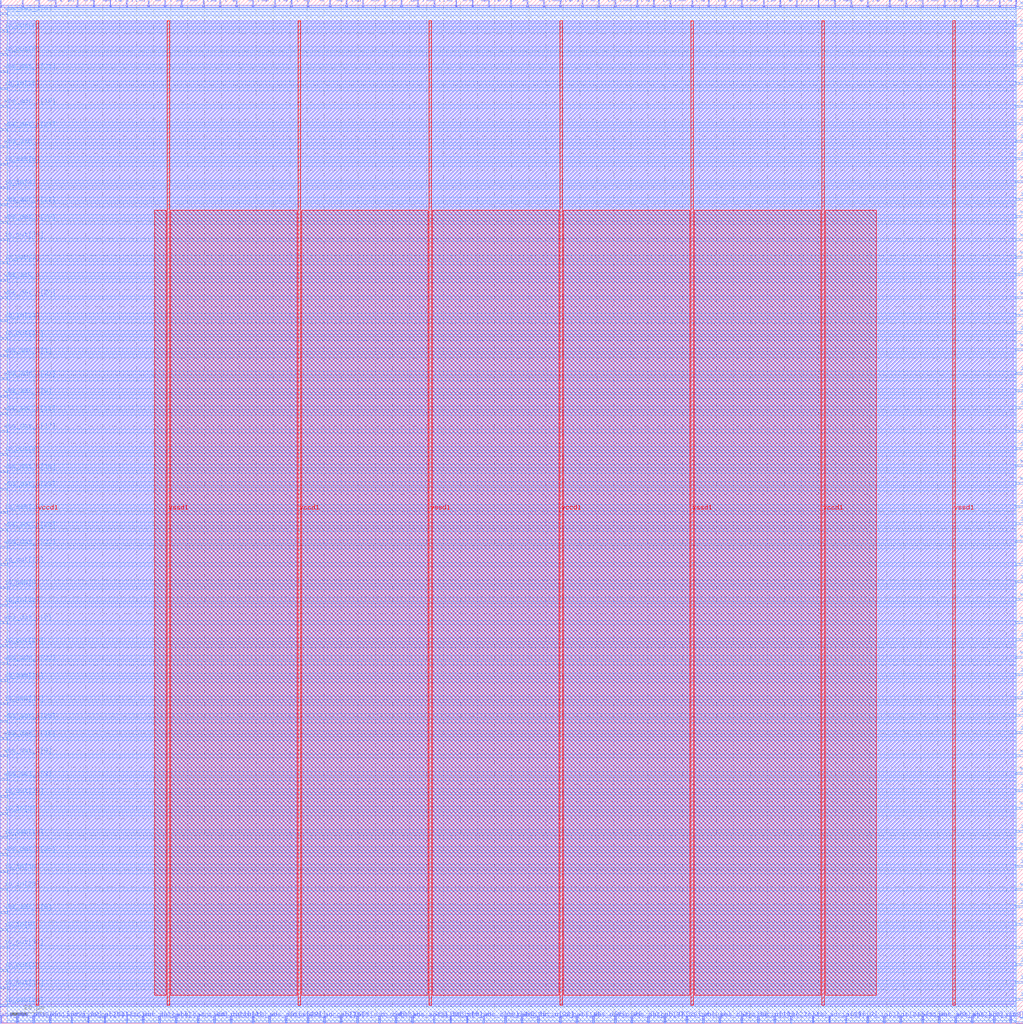
<source format=lef>
VERSION 5.7 ;
  NOWIREEXTENSIONATPIN ON ;
  DIVIDERCHAR "/" ;
  BUSBITCHARS "[]" ;
MACRO wrapped_teras
  CLASS BLOCK ;
  FOREIGN wrapped_teras ;
  ORIGIN 0.000 0.000 ;
  SIZE 600.000 BY 600.000 ;
  PIN active
    DIRECTION INPUT ;
    USE SIGNAL ;
    PORT
      LAYER met2 ;
        RECT -0.050 596.000 0.510 600.000 ;
    END
  END active
  PIN io_in[0]
    DIRECTION INPUT ;
    USE SIGNAL ;
    PORT
      LAYER met3 ;
        RECT 596.000 179.940 600.000 181.140 ;
    END
  END io_in[0]
  PIN io_in[10]
    DIRECTION INPUT ;
    USE SIGNAL ;
    PORT
      LAYER met2 ;
        RECT 444.310 0.000 444.870 4.000 ;
    END
  END io_in[10]
  PIN io_in[11]
    DIRECTION INPUT ;
    USE SIGNAL ;
    PORT
      LAYER met2 ;
        RECT 463.630 0.000 464.190 4.000 ;
    END
  END io_in[11]
  PIN io_in[12]
    DIRECTION INPUT ;
    USE SIGNAL ;
    PORT
      LAYER met2 ;
        RECT 135.190 0.000 135.750 4.000 ;
    END
  END io_in[12]
  PIN io_in[13]
    DIRECTION INPUT ;
    USE SIGNAL ;
    PORT
      LAYER met3 ;
        RECT 596.000 91.540 600.000 92.740 ;
    END
  END io_in[13]
  PIN io_in[14]
    DIRECTION INPUT ;
    USE SIGNAL ;
    PORT
      LAYER met3 ;
        RECT 596.000 67.740 600.000 68.940 ;
    END
  END io_in[14]
  PIN io_in[15]
    DIRECTION INPUT ;
    USE SIGNAL ;
    PORT
      LAYER met2 ;
        RECT 222.130 0.000 222.690 4.000 ;
    END
  END io_in[15]
  PIN io_in[16]
    DIRECTION INPUT ;
    USE SIGNAL ;
    PORT
      LAYER met3 ;
        RECT 0.000 88.140 4.000 89.340 ;
    END
  END io_in[16]
  PIN io_in[17]
    DIRECTION INPUT ;
    USE SIGNAL ;
    PORT
      LAYER met3 ;
        RECT 596.000 302.340 600.000 303.540 ;
    END
  END io_in[17]
  PIN io_in[18]
    DIRECTION INPUT ;
    USE SIGNAL ;
    PORT
      LAYER met3 ;
        RECT 596.000 224.140 600.000 225.340 ;
    END
  END io_in[18]
  PIN io_in[19]
    DIRECTION INPUT ;
    USE SIGNAL ;
    PORT
      LAYER met2 ;
        RECT 486.170 0.000 486.730 4.000 ;
    END
  END io_in[19]
  PIN io_in[1]
    DIRECTION INPUT ;
    USE SIGNAL ;
    PORT
      LAYER met2 ;
        RECT 193.150 596.000 193.710 600.000 ;
    END
  END io_in[1]
  PIN io_in[20]
    DIRECTION INPUT ;
    USE SIGNAL ;
    PORT
      LAYER met3 ;
        RECT 596.000 13.340 600.000 14.540 ;
    END
  END io_in[20]
  PIN io_in[21]
    DIRECTION INPUT ;
    USE SIGNAL ;
    PORT
      LAYER met3 ;
        RECT 596.000 438.340 600.000 439.540 ;
    END
  END io_in[21]
  PIN io_in[22]
    DIRECTION INPUT ;
    USE SIGNAL ;
    PORT
      LAYER met2 ;
        RECT 86.890 596.000 87.450 600.000 ;
    END
  END io_in[22]
  PIN io_in[23]
    DIRECTION INPUT ;
    USE SIGNAL ;
    PORT
      LAYER met2 ;
        RECT 508.710 596.000 509.270 600.000 ;
    END
  END io_in[23]
  PIN io_in[24]
    DIRECTION INPUT ;
    USE SIGNAL ;
    PORT
      LAYER met3 ;
        RECT 0.000 411.140 4.000 412.340 ;
    END
  END io_in[24]
  PIN io_in[25]
    DIRECTION INPUT ;
    USE SIGNAL ;
    PORT
      LAYER met2 ;
        RECT 553.790 596.000 554.350 600.000 ;
    END
  END io_in[25]
  PIN io_in[26]
    DIRECTION INPUT ;
    USE SIGNAL ;
    PORT
      LAYER met2 ;
        RECT 286.530 596.000 287.090 600.000 ;
    END
  END io_in[26]
  PIN io_in[27]
    DIRECTION INPUT ;
    USE SIGNAL ;
    PORT
      LAYER met2 ;
        RECT 453.970 0.000 454.530 4.000 ;
    END
  END io_in[27]
  PIN io_in[28]
    DIRECTION INPUT ;
    USE SIGNAL ;
    PORT
      LAYER met3 ;
        RECT 0.000 77.940 4.000 79.140 ;
    END
  END io_in[28]
  PIN io_in[29]
    DIRECTION INPUT ;
    USE SIGNAL ;
    PORT
      LAYER met2 ;
        RECT 389.570 0.000 390.130 4.000 ;
    END
  END io_in[29]
  PIN io_in[2]
    DIRECTION INPUT ;
    USE SIGNAL ;
    PORT
      LAYER met2 ;
        RECT 119.090 596.000 119.650 600.000 ;
    END
  END io_in[2]
  PIN io_in[30]
    DIRECTION INPUT ;
    USE SIGNAL ;
    PORT
      LAYER met2 ;
        RECT 22.490 596.000 23.050 600.000 ;
    END
  END io_in[30]
  PIN io_in[31]
    DIRECTION INPUT ;
    USE SIGNAL ;
    PORT
      LAYER met2 ;
        RECT 160.950 596.000 161.510 600.000 ;
    END
  END io_in[31]
  PIN io_in[32]
    DIRECTION INPUT ;
    USE SIGNAL ;
    PORT
      LAYER met3 ;
        RECT 0.000 244.540 4.000 245.740 ;
    END
  END io_in[32]
  PIN io_in[33]
    DIRECTION INPUT ;
    USE SIGNAL ;
    PORT
      LAYER met3 ;
        RECT 596.000 23.540 600.000 24.740 ;
    END
  END io_in[33]
  PIN io_in[34]
    DIRECTION INPUT ;
    USE SIGNAL ;
    PORT
      LAYER met2 ;
        RECT 315.510 0.000 316.070 4.000 ;
    END
  END io_in[34]
  PIN io_in[35]
    DIRECTION INPUT ;
    USE SIGNAL ;
    PORT
      LAYER met3 ;
        RECT 596.000 203.740 600.000 204.940 ;
    END
  END io_in[35]
  PIN io_in[36]
    DIRECTION INPUT ;
    USE SIGNAL ;
    PORT
      LAYER met3 ;
        RECT 0.000 547.140 4.000 548.340 ;
    END
  END io_in[36]
  PIN io_in[37]
    DIRECTION INPUT ;
    USE SIGNAL ;
    PORT
      LAYER met3 ;
        RECT 596.000 404.340 600.000 405.540 ;
    END
  END io_in[37]
  PIN io_in[3]
    DIRECTION INPUT ;
    USE SIGNAL ;
    PORT
      LAYER met2 ;
        RECT 508.710 0.000 509.270 4.000 ;
    END
  END io_in[3]
  PIN io_in[4]
    DIRECTION INPUT ;
    USE SIGNAL ;
    PORT
      LAYER met3 ;
        RECT 0.000 489.340 4.000 490.540 ;
    END
  END io_in[4]
  PIN io_in[5]
    DIRECTION INPUT ;
    USE SIGNAL ;
    PORT
      LAYER met2 ;
        RECT 199.590 0.000 200.150 4.000 ;
    END
  END io_in[5]
  PIN io_in[6]
    DIRECTION INPUT ;
    USE SIGNAL ;
    PORT
      LAYER met2 ;
        RECT 263.990 0.000 264.550 4.000 ;
    END
  END io_in[6]
  PIN io_in[7]
    DIRECTION INPUT ;
    USE SIGNAL ;
    PORT
      LAYER met2 ;
        RECT 495.830 0.000 496.390 4.000 ;
    END
  END io_in[7]
  PIN io_in[8]
    DIRECTION INPUT ;
    USE SIGNAL ;
    PORT
      LAYER met3 ;
        RECT 0.000 122.140 4.000 123.340 ;
    END
  END io_in[8]
  PIN io_in[9]
    DIRECTION INPUT ;
    USE SIGNAL ;
    PORT
      LAYER met3 ;
        RECT 0.000 54.140 4.000 55.340 ;
    END
  END io_in[9]
  PIN io_oeb[0]
    DIRECTION OUTPUT TRISTATE ;
    USE SIGNAL ;
    PORT
      LAYER met2 ;
        RECT 402.450 0.000 403.010 4.000 ;
    END
  END io_oeb[0]
  PIN io_oeb[10]
    DIRECTION OUTPUT TRISTATE ;
    USE SIGNAL ;
    PORT
      LAYER met2 ;
        RECT 434.650 596.000 435.210 600.000 ;
    END
  END io_oeb[10]
  PIN io_oeb[11]
    DIRECTION OUTPUT TRISTATE ;
    USE SIGNAL ;
    PORT
      LAYER met2 ;
        RECT 528.030 0.000 528.590 4.000 ;
    END
  END io_oeb[11]
  PIN io_oeb[12]
    DIRECTION OUTPUT TRISTATE ;
    USE SIGNAL ;
    PORT
      LAYER met2 ;
        RECT 457.190 596.000 457.750 600.000 ;
    END
  END io_oeb[12]
  PIN io_oeb[13]
    DIRECTION OUTPUT TRISTATE ;
    USE SIGNAL ;
    PORT
      LAYER met3 ;
        RECT 596.000 360.140 600.000 361.340 ;
    END
  END io_oeb[13]
  PIN io_oeb[14]
    DIRECTION OUTPUT TRISTATE ;
    USE SIGNAL ;
    PORT
      LAYER met3 ;
        RECT 596.000 482.540 600.000 483.740 ;
    END
  END io_oeb[14]
  PIN io_oeb[15]
    DIRECTION OUTPUT TRISTATE ;
    USE SIGNAL ;
    PORT
      LAYER met3 ;
        RECT 596.000 346.540 600.000 347.740 ;
    END
  END io_oeb[15]
  PIN io_oeb[16]
    DIRECTION OUTPUT TRISTATE ;
    USE SIGNAL ;
    PORT
      LAYER met3 ;
        RECT 0.000 200.340 4.000 201.540 ;
    END
  END io_oeb[16]
  PIN io_oeb[17]
    DIRECTION OUTPUT TRISTATE ;
    USE SIGNAL ;
    PORT
      LAYER met2 ;
        RECT 296.190 0.000 296.750 4.000 ;
    END
  END io_oeb[17]
  PIN io_oeb[18]
    DIRECTION OUTPUT TRISTATE ;
    USE SIGNAL ;
    PORT
      LAYER met2 ;
        RECT 540.910 596.000 541.470 600.000 ;
    END
  END io_oeb[18]
  PIN io_oeb[19]
    DIRECTION OUTPUT TRISTATE ;
    USE SIGNAL ;
    PORT
      LAYER met3 ;
        RECT 0.000 108.540 4.000 109.740 ;
    END
  END io_oeb[19]
  PIN io_oeb[1]
    DIRECTION OUTPUT TRISTATE ;
    USE SIGNAL ;
    PORT
      LAYER met3 ;
        RECT 596.000 33.740 600.000 34.940 ;
    END
  END io_oeb[1]
  PIN io_oeb[20]
    DIRECTION OUTPUT TRISTATE ;
    USE SIGNAL ;
    PORT
      LAYER met3 ;
        RECT 0.000 9.940 4.000 11.140 ;
    END
  END io_oeb[20]
  PIN io_oeb[21]
    DIRECTION OUTPUT TRISTATE ;
    USE SIGNAL ;
    PORT
      LAYER met2 ;
        RECT 167.390 0.000 167.950 4.000 ;
    END
  END io_oeb[21]
  PIN io_oeb[22]
    DIRECTION OUTPUT TRISTATE ;
    USE SIGNAL ;
    PORT
      LAYER met3 ;
        RECT 596.000 550.540 600.000 551.740 ;
    END
  END io_oeb[22]
  PIN io_oeb[23]
    DIRECTION OUTPUT TRISTATE ;
    USE SIGNAL ;
    PORT
      LAYER met2 ;
        RECT 489.390 596.000 489.950 600.000 ;
    END
  END io_oeb[23]
  PIN io_oeb[24]
    DIRECTION OUTPUT TRISTATE ;
    USE SIGNAL ;
    PORT
      LAYER met2 ;
        RECT 51.470 0.000 52.030 4.000 ;
    END
  END io_oeb[24]
  PIN io_oeb[25]
    DIRECTION OUTPUT TRISTATE ;
    USE SIGNAL ;
    PORT
      LAYER met2 ;
        RECT 189.930 0.000 190.490 4.000 ;
    END
  END io_oeb[25]
  PIN io_oeb[26]
    DIRECTION OUTPUT TRISTATE ;
    USE SIGNAL ;
    PORT
      LAYER met3 ;
        RECT 596.000 336.340 600.000 337.540 ;
    END
  END io_oeb[26]
  PIN io_oeb[27]
    DIRECTION OUTPUT TRISTATE ;
    USE SIGNAL ;
    PORT
      LAYER met2 ;
        RECT 379.910 0.000 380.470 4.000 ;
    END
  END io_oeb[27]
  PIN io_oeb[28]
    DIRECTION OUTPUT TRISTATE ;
    USE SIGNAL ;
    PORT
      LAYER met3 ;
        RECT 0.000 186.740 4.000 187.940 ;
    END
  END io_oeb[28]
  PIN io_oeb[29]
    DIRECTION OUTPUT TRISTATE ;
    USE SIGNAL ;
    PORT
      LAYER met2 ;
        RECT 276.870 596.000 277.430 600.000 ;
    END
  END io_oeb[29]
  PIN io_oeb[2]
    DIRECTION OUTPUT TRISTATE ;
    USE SIGNAL ;
    PORT
      LAYER met3 ;
        RECT 0.000 445.140 4.000 446.340 ;
    END
  END io_oeb[2]
  PIN io_oeb[30]
    DIRECTION OUTPUT TRISTATE ;
    USE SIGNAL ;
    PORT
      LAYER met2 ;
        RECT 54.690 596.000 55.250 600.000 ;
    END
  END io_oeb[30]
  PIN io_oeb[31]
    DIRECTION OUTPUT TRISTATE ;
    USE SIGNAL ;
    PORT
      LAYER met2 ;
        RECT 585.990 596.000 586.550 600.000 ;
    END
  END io_oeb[31]
  PIN io_oeb[32]
    DIRECTION OUTPUT TRISTATE ;
    USE SIGNAL ;
    PORT
      LAYER met2 ;
        RECT 341.270 596.000 341.830 600.000 ;
    END
  END io_oeb[32]
  PIN io_oeb[33]
    DIRECTION OUTPUT TRISTATE ;
    USE SIGNAL ;
    PORT
      LAYER met3 ;
        RECT 596.000 516.540 600.000 517.740 ;
    END
  END io_oeb[33]
  PIN io_oeb[34]
    DIRECTION OUTPUT TRISTATE ;
    USE SIGNAL ;
    PORT
      LAYER met3 ;
        RECT 596.000 526.740 600.000 527.940 ;
    END
  END io_oeb[34]
  PIN io_oeb[35]
    DIRECTION OUTPUT TRISTATE ;
    USE SIGNAL ;
    PORT
      LAYER met3 ;
        RECT 0.000 298.940 4.000 300.140 ;
    END
  END io_oeb[35]
  PIN io_oeb[36]
    DIRECTION OUTPUT TRISTATE ;
    USE SIGNAL ;
    PORT
      LAYER met2 ;
        RECT 499.050 596.000 499.610 600.000 ;
    END
  END io_oeb[36]
  PIN io_oeb[37]
    DIRECTION OUTPUT TRISTATE ;
    USE SIGNAL ;
    PORT
      LAYER met3 ;
        RECT 596.000 380.540 600.000 381.740 ;
    END
  END io_oeb[37]
  PIN io_oeb[3]
    DIRECTION OUTPUT TRISTATE ;
    USE SIGNAL ;
    PORT
      LAYER met2 ;
        RECT 106.210 596.000 106.770 600.000 ;
    END
  END io_oeb[3]
  PIN io_oeb[4]
    DIRECTION OUTPUT TRISTATE ;
    USE SIGNAL ;
    PORT
      LAYER met3 ;
        RECT 596.000 169.740 600.000 170.940 ;
    END
  END io_oeb[4]
  PIN io_oeb[5]
    DIRECTION OUTPUT TRISTATE ;
    USE SIGNAL ;
    PORT
      LAYER met3 ;
        RECT 0.000 502.940 4.000 504.140 ;
    END
  END io_oeb[5]
  PIN io_oeb[6]
    DIRECTION OUTPUT TRISTATE ;
    USE SIGNAL ;
    PORT
      LAYER met2 ;
        RECT 64.350 596.000 64.910 600.000 ;
    END
  END io_oeb[6]
  PIN io_oeb[7]
    DIRECTION OUTPUT TRISTATE ;
    USE SIGNAL ;
    PORT
      LAYER met3 ;
        RECT 596.000 560.740 600.000 561.940 ;
    END
  END io_oeb[7]
  PIN io_oeb[8]
    DIRECTION OUTPUT TRISTATE ;
    USE SIGNAL ;
    PORT
      LAYER met3 ;
        RECT 596.000 292.140 600.000 293.340 ;
    END
  END io_oeb[8]
  PIN io_oeb[9]
    DIRECTION OUTPUT TRISTATE ;
    USE SIGNAL ;
    PORT
      LAYER met3 ;
        RECT 0.000 254.740 4.000 255.940 ;
    END
  END io_oeb[9]
  PIN io_out[0]
    DIRECTION OUTPUT TRISTATE ;
    USE SIGNAL ;
    PORT
      LAYER met3 ;
        RECT 0.000 567.540 4.000 568.740 ;
    END
  END io_out[0]
  PIN io_out[10]
    DIRECTION OUTPUT TRISTATE ;
    USE SIGNAL ;
    PORT
      LAYER met3 ;
        RECT 0.000 20.140 4.000 21.340 ;
    END
  END io_out[10]
  PIN io_out[11]
    DIRECTION OUTPUT TRISTATE ;
    USE SIGNAL ;
    PORT
      LAYER met2 ;
        RECT 328.390 0.000 328.950 4.000 ;
    END
  END io_out[11]
  PIN io_out[12]
    DIRECTION OUTPUT TRISTATE ;
    USE SIGNAL ;
    PORT
      LAYER met3 ;
        RECT 0.000 268.340 4.000 269.540 ;
    END
  END io_out[12]
  PIN io_out[13]
    DIRECTION OUTPUT TRISTATE ;
    USE SIGNAL ;
    PORT
      LAYER met2 ;
        RECT 373.470 596.000 374.030 600.000 ;
    END
  END io_out[13]
  PIN io_out[14]
    DIRECTION OUTPUT TRISTATE ;
    USE SIGNAL ;
    PORT
      LAYER met2 ;
        RECT 595.650 596.000 596.210 600.000 ;
    END
  END io_out[14]
  PIN io_out[15]
    DIRECTION OUTPUT TRISTATE ;
    USE SIGNAL ;
    PORT
      LAYER met3 ;
        RECT 0.000 400.940 4.000 402.140 ;
    END
  END io_out[15]
  PIN io_out[16]
    DIRECTION OUTPUT TRISTATE ;
    USE SIGNAL ;
    PORT
      LAYER met2 ;
        RECT 61.130 0.000 61.690 4.000 ;
    END
  END io_out[16]
  PIN io_out[17]
    DIRECTION OUTPUT TRISTATE ;
    USE SIGNAL ;
    PORT
      LAYER met2 ;
        RECT 225.350 596.000 225.910 600.000 ;
    END
  END io_out[17]
  PIN io_out[18]
    DIRECTION OUTPUT TRISTATE ;
    USE SIGNAL ;
    PORT
      LAYER met3 ;
        RECT 596.000 135.740 600.000 136.940 ;
    END
  END io_out[18]
  PIN io_out[19]
    DIRECTION OUTPUT TRISTATE ;
    USE SIGNAL ;
    PORT
      LAYER met2 ;
        RECT 521.590 596.000 522.150 600.000 ;
    END
  END io_out[19]
  PIN io_out[1]
    DIRECTION OUTPUT TRISTATE ;
    USE SIGNAL ;
    PORT
      LAYER met3 ;
        RECT 0.000 30.340 4.000 31.540 ;
    END
  END io_out[1]
  PIN io_out[20]
    DIRECTION OUTPUT TRISTATE ;
    USE SIGNAL ;
    PORT
      LAYER met3 ;
        RECT 0.000 220.740 4.000 221.940 ;
    END
  END io_out[20]
  PIN io_out[21]
    DIRECTION OUTPUT TRISTATE ;
    USE SIGNAL ;
    PORT
      LAYER met2 ;
        RECT 518.370 0.000 518.930 4.000 ;
    END
  END io_out[21]
  PIN io_out[22]
    DIRECTION OUTPUT TRISTATE ;
    USE SIGNAL ;
    PORT
      LAYER met2 ;
        RECT 573.110 596.000 573.670 600.000 ;
    END
  END io_out[22]
  PIN io_out[23]
    DIRECTION OUTPUT TRISTATE ;
    USE SIGNAL ;
    PORT
      LAYER met2 ;
        RECT 405.670 596.000 406.230 600.000 ;
    END
  END io_out[23]
  PIN io_out[24]
    DIRECTION OUTPUT TRISTATE ;
    USE SIGNAL ;
    PORT
      LAYER met3 ;
        RECT 596.000 370.340 600.000 371.540 ;
    END
  END io_out[24]
  PIN io_out[25]
    DIRECTION OUTPUT TRISTATE ;
    USE SIGNAL ;
    PORT
      LAYER met3 ;
        RECT 0.000 458.740 4.000 459.940 ;
    END
  END io_out[25]
  PIN io_out[26]
    DIRECTION OUTPUT TRISTATE ;
    USE SIGNAL ;
    PORT
      LAYER met2 ;
        RECT 592.430 0.000 592.990 4.000 ;
    END
  END io_out[26]
  PIN io_out[27]
    DIRECTION OUTPUT TRISTATE ;
    USE SIGNAL ;
    PORT
      LAYER met3 ;
        RECT 596.000 258.140 600.000 259.340 ;
    END
  END io_out[27]
  PIN io_out[28]
    DIRECTION OUTPUT TRISTATE ;
    USE SIGNAL ;
    PORT
      LAYER met2 ;
        RECT 360.590 596.000 361.150 600.000 ;
    END
  END io_out[28]
  PIN io_out[29]
    DIRECTION OUTPUT TRISTATE ;
    USE SIGNAL ;
    PORT
      LAYER met2 ;
        RECT 447.530 596.000 448.090 600.000 ;
    END
  END io_out[29]
  PIN io_out[2]
    DIRECTION OUTPUT TRISTATE ;
    USE SIGNAL ;
    PORT
      LAYER met3 ;
        RECT 596.000 190.140 600.000 191.340 ;
    END
  END io_out[2]
  PIN io_out[30]
    DIRECTION OUTPUT TRISTATE ;
    USE SIGNAL ;
    PORT
      LAYER met3 ;
        RECT 0.000 43.940 4.000 45.140 ;
    END
  END io_out[30]
  PIN io_out[31]
    DIRECTION OUTPUT TRISTATE ;
    USE SIGNAL ;
    PORT
      LAYER met2 ;
        RECT 392.790 596.000 393.350 600.000 ;
    END
  END io_out[31]
  PIN io_out[32]
    DIRECTION OUTPUT TRISTATE ;
    USE SIGNAL ;
    PORT
      LAYER met2 ;
        RECT 148.070 596.000 148.630 600.000 ;
    END
  END io_out[32]
  PIN io_out[33]
    DIRECTION OUTPUT TRISTATE ;
    USE SIGNAL ;
    PORT
      LAYER met2 ;
        RECT 244.670 596.000 245.230 600.000 ;
    END
  END io_out[33]
  PIN io_out[34]
    DIRECTION OUTPUT TRISTATE ;
    USE SIGNAL ;
    PORT
      LAYER met2 ;
        RECT 328.390 596.000 328.950 600.000 ;
    END
  END io_out[34]
  PIN io_out[35]
    DIRECTION OUTPUT TRISTATE ;
    USE SIGNAL ;
    PORT
      LAYER met2 ;
        RECT 582.770 0.000 583.330 4.000 ;
    END
  END io_out[35]
  PIN io_out[36]
    DIRECTION OUTPUT TRISTATE ;
    USE SIGNAL ;
    PORT
      LAYER met3 ;
        RECT 0.000 132.340 4.000 133.540 ;
    END
  END io_out[36]
  PIN io_out[37]
    DIRECTION OUTPUT TRISTATE ;
    USE SIGNAL ;
    PORT
      LAYER met3 ;
        RECT 596.000 43.940 600.000 45.140 ;
    END
  END io_out[37]
  PIN io_out[3]
    DIRECTION OUTPUT TRISTATE ;
    USE SIGNAL ;
    PORT
      LAYER met2 ;
        RECT 93.330 0.000 93.890 4.000 ;
    END
  END io_out[3]
  PIN io_out[4]
    DIRECTION OUTPUT TRISTATE ;
    USE SIGNAL ;
    PORT
      LAYER met3 ;
        RECT 0.000 332.940 4.000 334.140 ;
    END
  END io_out[4]
  PIN io_out[5]
    DIRECTION OUTPUT TRISTATE ;
    USE SIGNAL ;
    PORT
      LAYER met2 ;
        RECT 318.730 596.000 319.290 600.000 ;
    END
  END io_out[5]
  PIN io_out[6]
    DIRECTION OUTPUT TRISTATE ;
    USE SIGNAL ;
    PORT
      LAYER met3 ;
        RECT 596.000 268.340 600.000 269.540 ;
    END
  END io_out[6]
  PIN io_out[7]
    DIRECTION OUTPUT TRISTATE ;
    USE SIGNAL ;
    PORT
      LAYER met3 ;
        RECT 596.000 111.940 600.000 113.140 ;
    END
  END io_out[7]
  PIN io_out[8]
    DIRECTION OUTPUT TRISTATE ;
    USE SIGNAL ;
    PORT
      LAYER met3 ;
        RECT 0.000 581.140 4.000 582.340 ;
    END
  END io_out[8]
  PIN io_out[9]
    DIRECTION OUTPUT TRISTATE ;
    USE SIGNAL ;
    PORT
      LAYER met3 ;
        RECT 596.000 506.340 600.000 507.540 ;
    END
  END io_out[9]
  PIN vccd1
    DIRECTION INPUT ;
    USE POWER ;
    PORT
      LAYER met4 ;
        RECT 21.040 10.640 22.640 587.760 ;
    END
    PORT
      LAYER met4 ;
        RECT 174.640 10.640 176.240 587.760 ;
    END
    PORT
      LAYER met4 ;
        RECT 328.240 10.640 329.840 587.760 ;
    END
    PORT
      LAYER met4 ;
        RECT 481.840 10.640 483.440 587.760 ;
    END
  END vccd1
  PIN vssd1
    DIRECTION INPUT ;
    USE GROUND ;
    PORT
      LAYER met4 ;
        RECT 97.840 10.640 99.440 587.760 ;
    END
    PORT
      LAYER met4 ;
        RECT 251.440 10.640 253.040 587.760 ;
    END
    PORT
      LAYER met4 ;
        RECT 405.040 10.640 406.640 587.760 ;
    END
    PORT
      LAYER met4 ;
        RECT 558.640 10.640 560.240 587.760 ;
    END
  END vssd1
  PIN wb_clk_i
    DIRECTION INPUT ;
    USE SIGNAL ;
    PORT
      LAYER met2 ;
        RECT 202.810 596.000 203.370 600.000 ;
    END
  END wb_clk_i
  PIN wb_rst_i
    DIRECTION INPUT ;
    USE SIGNAL ;
    PORT
      LAYER met3 ;
        RECT 596.000 584.540 600.000 585.740 ;
    END
  END wb_rst_i
  PIN wbs_ack_o
    DIRECTION OUTPUT TRISTATE ;
    USE SIGNAL ;
    PORT
      LAYER met3 ;
        RECT 0.000 434.940 4.000 436.140 ;
    END
  END wbs_ack_o
  PIN wbs_adr_i[0]
    DIRECTION INPUT ;
    USE SIGNAL ;
    PORT
      LAYER met3 ;
        RECT 596.000 394.140 600.000 395.340 ;
    END
  END wbs_adr_i[0]
  PIN wbs_adr_i[10]
    DIRECTION INPUT ;
    USE SIGNAL ;
    PORT
      LAYER met3 ;
        RECT 596.000 492.740 600.000 493.940 ;
    END
  END wbs_adr_i[10]
  PIN wbs_adr_i[11]
    DIRECTION INPUT ;
    USE SIGNAL ;
    PORT
      LAYER met3 ;
        RECT 0.000 356.740 4.000 357.940 ;
    END
  END wbs_adr_i[11]
  PIN wbs_adr_i[12]
    DIRECTION INPUT ;
    USE SIGNAL ;
    PORT
      LAYER met2 ;
        RECT 28.930 0.000 29.490 4.000 ;
    END
  END wbs_adr_i[12]
  PIN wbs_adr_i[13]
    DIRECTION INPUT ;
    USE SIGNAL ;
    PORT
      LAYER met2 ;
        RECT 231.790 0.000 232.350 4.000 ;
    END
  END wbs_adr_i[13]
  PIN wbs_adr_i[14]
    DIRECTION INPUT ;
    USE SIGNAL ;
    PORT
      LAYER met3 ;
        RECT 596.000 145.940 600.000 147.140 ;
    END
  END wbs_adr_i[14]
  PIN wbs_adr_i[15]
    DIRECTION INPUT ;
    USE SIGNAL ;
    PORT
      LAYER met2 ;
        RECT 309.070 596.000 309.630 600.000 ;
    END
  END wbs_adr_i[15]
  PIN wbs_adr_i[16]
    DIRECTION INPUT ;
    USE SIGNAL ;
    PORT
      LAYER met2 ;
        RECT 273.650 0.000 274.210 4.000 ;
    END
  END wbs_adr_i[16]
  PIN wbs_adr_i[17]
    DIRECTION INPUT ;
    USE SIGNAL ;
    PORT
      LAYER met3 ;
        RECT 596.000 101.740 600.000 102.940 ;
    END
  END wbs_adr_i[17]
  PIN wbs_adr_i[18]
    DIRECTION INPUT ;
    USE SIGNAL ;
    PORT
      LAYER met2 ;
        RECT 569.890 0.000 570.450 4.000 ;
    END
  END wbs_adr_i[18]
  PIN wbs_adr_i[19]
    DIRECTION INPUT ;
    USE SIGNAL ;
    PORT
      LAYER met3 ;
        RECT 0.000 536.940 4.000 538.140 ;
    END
  END wbs_adr_i[19]
  PIN wbs_adr_i[1]
    DIRECTION INPUT ;
    USE SIGNAL ;
    PORT
      LAYER met3 ;
        RECT 0.000 390.740 4.000 391.940 ;
    END
  END wbs_adr_i[1]
  PIN wbs_adr_i[20]
    DIRECTION INPUT ;
    USE SIGNAL ;
    PORT
      LAYER met3 ;
        RECT 596.000 326.140 600.000 327.340 ;
    END
  END wbs_adr_i[20]
  PIN wbs_adr_i[21]
    DIRECTION INPUT ;
    USE SIGNAL ;
    PORT
      LAYER met3 ;
        RECT 0.000 479.140 4.000 480.340 ;
    END
  END wbs_adr_i[21]
  PIN wbs_adr_i[22]
    DIRECTION INPUT ;
    USE SIGNAL ;
    PORT
      LAYER met3 ;
        RECT 0.000 210.540 4.000 211.740 ;
    END
  END wbs_adr_i[22]
  PIN wbs_adr_i[23]
    DIRECTION INPUT ;
    USE SIGNAL ;
    PORT
      LAYER met2 ;
        RECT 550.570 0.000 551.130 4.000 ;
    END
  END wbs_adr_i[23]
  PIN wbs_adr_i[24]
    DIRECTION INPUT ;
    USE SIGNAL ;
    PORT
      LAYER met2 ;
        RECT 180.270 596.000 180.830 600.000 ;
    END
  END wbs_adr_i[24]
  PIN wbs_adr_i[25]
    DIRECTION INPUT ;
    USE SIGNAL ;
    PORT
      LAYER met2 ;
        RECT 241.450 0.000 242.010 4.000 ;
    END
  END wbs_adr_i[25]
  PIN wbs_adr_i[26]
    DIRECTION INPUT ;
    USE SIGNAL ;
    PORT
      LAYER met3 ;
        RECT 0.000 288.740 4.000 289.940 ;
    END
  END wbs_adr_i[26]
  PIN wbs_adr_i[27]
    DIRECTION INPUT ;
    USE SIGNAL ;
    PORT
      LAYER met3 ;
        RECT 0.000 377.140 4.000 378.340 ;
    END
  END wbs_adr_i[27]
  PIN wbs_adr_i[28]
    DIRECTION INPUT ;
    USE SIGNAL ;
    PORT
      LAYER met3 ;
        RECT 0.000 176.540 4.000 177.740 ;
    END
  END wbs_adr_i[28]
  PIN wbs_adr_i[29]
    DIRECTION INPUT ;
    USE SIGNAL ;
    PORT
      LAYER met2 ;
        RECT 170.610 596.000 171.170 600.000 ;
    END
  END wbs_adr_i[29]
  PIN wbs_adr_i[2]
    DIRECTION INPUT ;
    USE SIGNAL ;
    PORT
      LAYER met2 ;
        RECT 180.270 0.000 180.830 4.000 ;
    END
  END wbs_adr_i[2]
  PIN wbs_adr_i[30]
    DIRECTION INPUT ;
    USE SIGNAL ;
    PORT
      LAYER met2 ;
        RECT 74.010 596.000 74.570 600.000 ;
    END
  END wbs_adr_i[30]
  PIN wbs_adr_i[31]
    DIRECTION INPUT ;
    USE SIGNAL ;
    PORT
      LAYER met3 ;
        RECT 596.000 57.540 600.000 58.740 ;
    END
  END wbs_adr_i[31]
  PIN wbs_adr_i[3]
    DIRECTION INPUT ;
    USE SIGNAL ;
    PORT
      LAYER met2 ;
        RECT 360.590 0.000 361.150 4.000 ;
    END
  END wbs_adr_i[3]
  PIN wbs_adr_i[4]
    DIRECTION INPUT ;
    USE SIGNAL ;
    PORT
      LAYER met3 ;
        RECT 596.000 472.340 600.000 473.540 ;
    END
  END wbs_adr_i[4]
  PIN wbs_adr_i[5]
    DIRECTION INPUT ;
    USE SIGNAL ;
    PORT
      LAYER met3 ;
        RECT 0.000 64.340 4.000 65.540 ;
    END
  END wbs_adr_i[5]
  PIN wbs_adr_i[6]
    DIRECTION INPUT ;
    USE SIGNAL ;
    PORT
      LAYER met2 ;
        RECT 148.070 0.000 148.630 4.000 ;
    END
  END wbs_adr_i[6]
  PIN wbs_adr_i[7]
    DIRECTION INPUT ;
    USE SIGNAL ;
    PORT
      LAYER met2 ;
        RECT 128.750 596.000 129.310 600.000 ;
    END
  END wbs_adr_i[7]
  PIN wbs_adr_i[8]
    DIRECTION INPUT ;
    USE SIGNAL ;
    PORT
      LAYER met2 ;
        RECT 476.510 0.000 477.070 4.000 ;
    END
  END wbs_adr_i[8]
  PIN wbs_adr_i[9]
    DIRECTION INPUT ;
    USE SIGNAL ;
    PORT
      LAYER met3 ;
        RECT 0.000 366.940 4.000 368.140 ;
    END
  END wbs_adr_i[9]
  PIN wbs_cyc_i
    DIRECTION INPUT ;
    USE SIGNAL ;
    PORT
      LAYER met2 ;
        RECT 479.730 596.000 480.290 600.000 ;
    END
  END wbs_cyc_i
  PIN wbs_dat_i[0]
    DIRECTION INPUT ;
    USE SIGNAL ;
    PORT
      LAYER met2 ;
        RECT 12.830 596.000 13.390 600.000 ;
    END
  END wbs_dat_i[0]
  PIN wbs_dat_i[10]
    DIRECTION INPUT ;
    USE SIGNAL ;
    PORT
      LAYER met2 ;
        RECT 138.410 596.000 138.970 600.000 ;
    END
  END wbs_dat_i[10]
  PIN wbs_dat_i[11]
    DIRECTION INPUT ;
    USE SIGNAL ;
    PORT
      LAYER met2 ;
        RECT 235.010 596.000 235.570 600.000 ;
    END
  END wbs_dat_i[11]
  PIN wbs_dat_i[12]
    DIRECTION INPUT ;
    USE SIGNAL ;
    PORT
      LAYER met2 ;
        RECT 212.470 596.000 213.030 600.000 ;
    END
  END wbs_dat_i[12]
  PIN wbs_dat_i[13]
    DIRECTION INPUT ;
    USE SIGNAL ;
    PORT
      LAYER met2 ;
        RECT 19.270 0.000 19.830 4.000 ;
    END
  END wbs_dat_i[13]
  PIN wbs_dat_i[14]
    DIRECTION INPUT ;
    USE SIGNAL ;
    PORT
      LAYER met2 ;
        RECT 102.990 0.000 103.550 4.000 ;
    END
  END wbs_dat_i[14]
  PIN wbs_dat_i[15]
    DIRECTION INPUT ;
    USE SIGNAL ;
    PORT
      LAYER met3 ;
        RECT 0.000 166.340 4.000 167.540 ;
    END
  END wbs_dat_i[15]
  PIN wbs_dat_i[16]
    DIRECTION INPUT ;
    USE SIGNAL ;
    PORT
      LAYER met2 ;
        RECT 283.310 0.000 283.870 4.000 ;
    END
  END wbs_dat_i[16]
  PIN wbs_dat_i[17]
    DIRECTION INPUT ;
    USE SIGNAL ;
    PORT
      LAYER met3 ;
        RECT 596.000 570.940 600.000 572.140 ;
    END
  END wbs_dat_i[17]
  PIN wbs_dat_i[18]
    DIRECTION INPUT ;
    USE SIGNAL ;
    PORT
      LAYER met2 ;
        RECT 32.150 596.000 32.710 600.000 ;
    END
  END wbs_dat_i[18]
  PIN wbs_dat_i[19]
    DIRECTION INPUT ;
    USE SIGNAL ;
    PORT
      LAYER met2 ;
        RECT 299.410 596.000 299.970 600.000 ;
    END
  END wbs_dat_i[19]
  PIN wbs_dat_i[1]
    DIRECTION INPUT ;
    USE SIGNAL ;
    PORT
      LAYER met2 ;
        RECT 74.010 0.000 74.570 4.000 ;
    END
  END wbs_dat_i[1]
  PIN wbs_dat_i[20]
    DIRECTION INPUT ;
    USE SIGNAL ;
    PORT
      LAYER met3 ;
        RECT 596.000 213.940 600.000 215.140 ;
    END
  END wbs_dat_i[20]
  PIN wbs_dat_i[21]
    DIRECTION INPUT ;
    USE SIGNAL ;
    PORT
      LAYER met3 ;
        RECT 596.000 448.540 600.000 449.740 ;
    END
  END wbs_dat_i[21]
  PIN wbs_dat_i[22]
    DIRECTION INPUT ;
    USE SIGNAL ;
    PORT
      LAYER met3 ;
        RECT 0.000 278.540 4.000 279.740 ;
    END
  END wbs_dat_i[22]
  PIN wbs_dat_i[23]
    DIRECTION INPUT ;
    USE SIGNAL ;
    PORT
      LAYER met3 ;
        RECT 596.000 315.940 600.000 317.140 ;
    END
  END wbs_dat_i[23]
  PIN wbs_dat_i[24]
    DIRECTION INPUT ;
    USE SIGNAL ;
    PORT
      LAYER met3 ;
        RECT 0.000 523.340 4.000 524.540 ;
    END
  END wbs_dat_i[24]
  PIN wbs_dat_i[25]
    DIRECTION INPUT ;
    USE SIGNAL ;
    PORT
      LAYER met3 ;
        RECT 0.000 98.340 4.000 99.540 ;
    END
  END wbs_dat_i[25]
  PIN wbs_dat_i[26]
    DIRECTION INPUT ;
    USE SIGNAL ;
    PORT
      LAYER met3 ;
        RECT 596.000 536.940 600.000 538.140 ;
    END
  END wbs_dat_i[26]
  PIN wbs_dat_i[27]
    DIRECTION INPUT ;
    USE SIGNAL ;
    PORT
      LAYER met2 ;
        RECT 350.930 596.000 351.490 600.000 ;
    END
  END wbs_dat_i[27]
  PIN wbs_dat_i[28]
    DIRECTION INPUT ;
    USE SIGNAL ;
    PORT
      LAYER met2 ;
        RECT 157.730 0.000 158.290 4.000 ;
    END
  END wbs_dat_i[28]
  PIN wbs_dat_i[29]
    DIRECTION INPUT ;
    USE SIGNAL ;
    PORT
      LAYER met3 ;
        RECT 596.000 234.340 600.000 235.540 ;
    END
  END wbs_dat_i[29]
  PIN wbs_dat_i[2]
    DIRECTION INPUT ;
    USE SIGNAL ;
    PORT
      LAYER met2 ;
        RECT 421.770 0.000 422.330 4.000 ;
    END
  END wbs_dat_i[2]
  PIN wbs_dat_i[30]
    DIRECTION INPUT ;
    USE SIGNAL ;
    PORT
      LAYER met3 ;
        RECT 596.000 77.940 600.000 79.140 ;
    END
  END wbs_dat_i[30]
  PIN wbs_dat_i[31]
    DIRECTION INPUT ;
    USE SIGNAL ;
    PORT
      LAYER met3 ;
        RECT 0.000 557.340 4.000 558.540 ;
    END
  END wbs_dat_i[31]
  PIN wbs_dat_i[3]
    DIRECTION INPUT ;
    USE SIGNAL ;
    PORT
      LAYER met2 ;
        RECT 540.910 0.000 541.470 4.000 ;
    END
  END wbs_dat_i[3]
  PIN wbs_dat_i[4]
    DIRECTION INPUT ;
    USE SIGNAL ;
    PORT
      LAYER met2 ;
        RECT 83.670 0.000 84.230 4.000 ;
    END
  END wbs_dat_i[4]
  PIN wbs_dat_i[5]
    DIRECTION INPUT ;
    USE SIGNAL ;
    PORT
      LAYER met2 ;
        RECT 254.330 0.000 254.890 4.000 ;
    END
  END wbs_dat_i[5]
  PIN wbs_dat_i[6]
    DIRECTION INPUT ;
    USE SIGNAL ;
    PORT
      LAYER met3 ;
        RECT 596.000 156.140 600.000 157.340 ;
    END
  END wbs_dat_i[6]
  PIN wbs_dat_i[7]
    DIRECTION INPUT ;
    USE SIGNAL ;
    PORT
      LAYER met3 ;
        RECT 596.000 594.740 600.000 595.940 ;
    END
  END wbs_dat_i[7]
  PIN wbs_dat_i[8]
    DIRECTION INPUT ;
    USE SIGNAL ;
    PORT
      LAYER met3 ;
        RECT 0.000 156.140 4.000 157.340 ;
    END
  END wbs_dat_i[8]
  PIN wbs_dat_i[9]
    DIRECTION INPUT ;
    USE SIGNAL ;
    PORT
      LAYER met2 ;
        RECT 560.230 0.000 560.790 4.000 ;
    END
  END wbs_dat_i[9]
  PIN wbs_dat_o[0]
    DIRECTION OUTPUT TRISTATE ;
    USE SIGNAL ;
    PORT
      LAYER met3 ;
        RECT 0.000 234.340 4.000 235.540 ;
    END
  END wbs_dat_o[0]
  PIN wbs_dat_o[10]
    DIRECTION OUTPUT TRISTATE ;
    USE SIGNAL ;
    PORT
      LAYER met3 ;
        RECT 596.000 247.940 600.000 249.140 ;
    END
  END wbs_dat_o[10]
  PIN wbs_dat_o[11]
    DIRECTION OUTPUT TRISTATE ;
    USE SIGNAL ;
    PORT
      LAYER met2 ;
        RECT 9.610 0.000 10.170 4.000 ;
    END
  END wbs_dat_o[11]
  PIN wbs_dat_o[12]
    DIRECTION OUTPUT TRISTATE ;
    USE SIGNAL ;
    PORT
      LAYER met3 ;
        RECT 596.000 458.740 600.000 459.940 ;
    END
  END wbs_dat_o[12]
  PIN wbs_dat_o[13]
    DIRECTION OUTPUT TRISTATE ;
    USE SIGNAL ;
    PORT
      LAYER met2 ;
        RECT 563.450 596.000 564.010 600.000 ;
    END
  END wbs_dat_o[13]
  PIN wbs_dat_o[14]
    DIRECTION OUTPUT TRISTATE ;
    USE SIGNAL ;
    PORT
      LAYER met3 ;
        RECT 596.000 -0.260 600.000 0.940 ;
    END
  END wbs_dat_o[14]
  PIN wbs_dat_o[15]
    DIRECTION OUTPUT TRISTATE ;
    USE SIGNAL ;
    PORT
      LAYER met2 ;
        RECT 531.250 596.000 531.810 600.000 ;
    END
  END wbs_dat_o[15]
  PIN wbs_dat_o[16]
    DIRECTION OUTPUT TRISTATE ;
    USE SIGNAL ;
    PORT
      LAYER met3 ;
        RECT 0.000 322.740 4.000 323.940 ;
    END
  END wbs_dat_o[16]
  PIN wbs_dat_o[17]
    DIRECTION OUTPUT TRISTATE ;
    USE SIGNAL ;
    PORT
      LAYER met3 ;
        RECT 0.000 346.540 4.000 347.740 ;
    END
  END wbs_dat_o[17]
  PIN wbs_dat_o[18]
    DIRECTION OUTPUT TRISTATE ;
    USE SIGNAL ;
    PORT
      LAYER met2 ;
        RECT 370.250 0.000 370.810 4.000 ;
    END
  END wbs_dat_o[18]
  PIN wbs_dat_o[19]
    DIRECTION OUTPUT TRISTATE ;
    USE SIGNAL ;
    PORT
      LAYER met2 ;
        RECT -0.050 0.000 0.510 4.000 ;
    END
  END wbs_dat_o[19]
  PIN wbs_dat_o[1]
    DIRECTION OUTPUT TRISTATE ;
    USE SIGNAL ;
    PORT
      LAYER met2 ;
        RECT 434.650 0.000 435.210 4.000 ;
    END
  END wbs_dat_o[1]
  PIN wbs_dat_o[20]
    DIRECTION OUTPUT TRISTATE ;
    USE SIGNAL ;
    PORT
      LAYER met3 ;
        RECT 0.000 424.740 4.000 425.940 ;
    END
  END wbs_dat_o[20]
  PIN wbs_dat_o[21]
    DIRECTION OUTPUT TRISTATE ;
    USE SIGNAL ;
    PORT
      LAYER met2 ;
        RECT 45.030 596.000 45.590 600.000 ;
    END
  END wbs_dat_o[21]
  PIN wbs_dat_o[22]
    DIRECTION OUTPUT TRISTATE ;
    USE SIGNAL ;
    PORT
      LAYER met2 ;
        RECT 267.210 596.000 267.770 600.000 ;
    END
  END wbs_dat_o[22]
  PIN wbs_dat_o[23]
    DIRECTION OUTPUT TRISTATE ;
    USE SIGNAL ;
    PORT
      LAYER met3 ;
        RECT 0.000 312.540 4.000 313.740 ;
    END
  END wbs_dat_o[23]
  PIN wbs_dat_o[24]
    DIRECTION OUTPUT TRISTATE ;
    USE SIGNAL ;
    PORT
      LAYER met2 ;
        RECT 115.870 0.000 116.430 4.000 ;
    END
  END wbs_dat_o[24]
  PIN wbs_dat_o[25]
    DIRECTION OUTPUT TRISTATE ;
    USE SIGNAL ;
    PORT
      LAYER met2 ;
        RECT 41.810 0.000 42.370 4.000 ;
    END
  END wbs_dat_o[25]
  PIN wbs_dat_o[26]
    DIRECTION OUTPUT TRISTATE ;
    USE SIGNAL ;
    PORT
      LAYER met2 ;
        RECT 383.130 596.000 383.690 600.000 ;
    END
  END wbs_dat_o[26]
  PIN wbs_dat_o[27]
    DIRECTION OUTPUT TRISTATE ;
    USE SIGNAL ;
    PORT
      LAYER met2 ;
        RECT 254.330 596.000 254.890 600.000 ;
    END
  END wbs_dat_o[27]
  PIN wbs_dat_o[28]
    DIRECTION OUTPUT TRISTATE ;
    USE SIGNAL ;
    PORT
      LAYER met2 ;
        RECT 305.850 0.000 306.410 4.000 ;
    END
  END wbs_dat_o[28]
  PIN wbs_dat_o[29]
    DIRECTION OUTPUT TRISTATE ;
    USE SIGNAL ;
    PORT
      LAYER met2 ;
        RECT 466.850 596.000 467.410 600.000 ;
    END
  END wbs_dat_o[29]
  PIN wbs_dat_o[2]
    DIRECTION OUTPUT TRISTATE ;
    USE SIGNAL ;
    PORT
      LAYER met3 ;
        RECT 596.000 125.540 600.000 126.740 ;
    END
  END wbs_dat_o[2]
  PIN wbs_dat_o[30]
    DIRECTION OUTPUT TRISTATE ;
    USE SIGNAL ;
    PORT
      LAYER met3 ;
        RECT 0.000 468.940 4.000 470.140 ;
    END
  END wbs_dat_o[30]
  PIN wbs_dat_o[31]
    DIRECTION OUTPUT TRISTATE ;
    USE SIGNAL ;
    PORT
      LAYER met3 ;
        RECT 596.000 424.740 600.000 425.940 ;
    END
  END wbs_dat_o[31]
  PIN wbs_dat_o[3]
    DIRECTION OUTPUT TRISTATE ;
    USE SIGNAL ;
    PORT
      LAYER met2 ;
        RECT 125.530 0.000 126.090 4.000 ;
    END
  END wbs_dat_o[3]
  PIN wbs_dat_o[4]
    DIRECTION OUTPUT TRISTATE ;
    USE SIGNAL ;
    PORT
      LAYER met2 ;
        RECT 209.250 0.000 209.810 4.000 ;
    END
  END wbs_dat_o[4]
  PIN wbs_dat_o[5]
    DIRECTION OUTPUT TRISTATE ;
    USE SIGNAL ;
    PORT
      LAYER met2 ;
        RECT 338.050 0.000 338.610 4.000 ;
    END
  END wbs_dat_o[5]
  PIN wbs_dat_o[6]
    DIRECTION OUTPUT TRISTATE ;
    USE SIGNAL ;
    PORT
      LAYER met3 ;
        RECT 596.000 414.540 600.000 415.740 ;
    END
  END wbs_dat_o[6]
  PIN wbs_dat_o[7]
    DIRECTION OUTPUT TRISTATE ;
    USE SIGNAL ;
    PORT
      LAYER met2 ;
        RECT 347.710 0.000 348.270 4.000 ;
    END
  END wbs_dat_o[7]
  PIN wbs_dat_o[8]
    DIRECTION OUTPUT TRISTATE ;
    USE SIGNAL ;
    PORT
      LAYER met2 ;
        RECT 424.990 596.000 425.550 600.000 ;
    END
  END wbs_dat_o[8]
  PIN wbs_dat_o[9]
    DIRECTION OUTPUT TRISTATE ;
    USE SIGNAL ;
    PORT
      LAYER met2 ;
        RECT 415.330 596.000 415.890 600.000 ;
    END
  END wbs_dat_o[9]
  PIN wbs_sel_i[0]
    DIRECTION INPUT ;
    USE SIGNAL ;
    PORT
      LAYER met3 ;
        RECT 0.000 591.340 4.000 592.540 ;
    END
  END wbs_sel_i[0]
  PIN wbs_sel_i[1]
    DIRECTION INPUT ;
    USE SIGNAL ;
    PORT
      LAYER met2 ;
        RECT 96.550 596.000 97.110 600.000 ;
    END
  END wbs_sel_i[1]
  PIN wbs_sel_i[2]
    DIRECTION INPUT ;
    USE SIGNAL ;
    PORT
      LAYER met2 ;
        RECT 412.110 0.000 412.670 4.000 ;
    END
  END wbs_sel_i[2]
  PIN wbs_sel_i[3]
    DIRECTION INPUT ;
    USE SIGNAL ;
    PORT
      LAYER met3 ;
        RECT 0.000 142.540 4.000 143.740 ;
    END
  END wbs_sel_i[3]
  PIN wbs_stb_i
    DIRECTION INPUT ;
    USE SIGNAL ;
    PORT
      LAYER met3 ;
        RECT 0.000 513.140 4.000 514.340 ;
    END
  END wbs_stb_i
  PIN wbs_we_i
    DIRECTION INPUT ;
    USE SIGNAL ;
    PORT
      LAYER met3 ;
        RECT 596.000 281.940 600.000 283.140 ;
    END
  END wbs_we_i
  OBS
      LAYER li1 ;
        RECT 5.520 10.795 594.320 587.605 ;
      LAYER met1 ;
        RECT 0.070 9.560 596.090 587.760 ;
      LAYER met2 ;
        RECT 0.790 595.720 12.550 596.770 ;
        RECT 13.670 595.720 22.210 596.770 ;
        RECT 23.330 595.720 31.870 596.770 ;
        RECT 32.990 595.720 44.750 596.770 ;
        RECT 45.870 595.720 54.410 596.770 ;
        RECT 55.530 595.720 64.070 596.770 ;
        RECT 65.190 595.720 73.730 596.770 ;
        RECT 74.850 595.720 86.610 596.770 ;
        RECT 87.730 595.720 96.270 596.770 ;
        RECT 97.390 595.720 105.930 596.770 ;
        RECT 107.050 595.720 118.810 596.770 ;
        RECT 119.930 595.720 128.470 596.770 ;
        RECT 129.590 595.720 138.130 596.770 ;
        RECT 139.250 595.720 147.790 596.770 ;
        RECT 148.910 595.720 160.670 596.770 ;
        RECT 161.790 595.720 170.330 596.770 ;
        RECT 171.450 595.720 179.990 596.770 ;
        RECT 181.110 595.720 192.870 596.770 ;
        RECT 193.990 595.720 202.530 596.770 ;
        RECT 203.650 595.720 212.190 596.770 ;
        RECT 213.310 595.720 225.070 596.770 ;
        RECT 226.190 595.720 234.730 596.770 ;
        RECT 235.850 595.720 244.390 596.770 ;
        RECT 245.510 595.720 254.050 596.770 ;
        RECT 255.170 595.720 266.930 596.770 ;
        RECT 268.050 595.720 276.590 596.770 ;
        RECT 277.710 595.720 286.250 596.770 ;
        RECT 287.370 595.720 299.130 596.770 ;
        RECT 300.250 595.720 308.790 596.770 ;
        RECT 309.910 595.720 318.450 596.770 ;
        RECT 319.570 595.720 328.110 596.770 ;
        RECT 329.230 595.720 340.990 596.770 ;
        RECT 342.110 595.720 350.650 596.770 ;
        RECT 351.770 595.720 360.310 596.770 ;
        RECT 361.430 595.720 373.190 596.770 ;
        RECT 374.310 595.720 382.850 596.770 ;
        RECT 383.970 595.720 392.510 596.770 ;
        RECT 393.630 595.720 405.390 596.770 ;
        RECT 406.510 595.720 415.050 596.770 ;
        RECT 416.170 595.720 424.710 596.770 ;
        RECT 425.830 595.720 434.370 596.770 ;
        RECT 435.490 595.720 447.250 596.770 ;
        RECT 448.370 595.720 456.910 596.770 ;
        RECT 458.030 595.720 466.570 596.770 ;
        RECT 467.690 595.720 479.450 596.770 ;
        RECT 480.570 595.720 489.110 596.770 ;
        RECT 490.230 595.720 498.770 596.770 ;
        RECT 499.890 595.720 508.430 596.770 ;
        RECT 509.550 595.720 521.310 596.770 ;
        RECT 522.430 595.720 530.970 596.770 ;
        RECT 532.090 595.720 540.630 596.770 ;
        RECT 541.750 595.720 553.510 596.770 ;
        RECT 554.630 595.720 563.170 596.770 ;
        RECT 564.290 595.720 572.830 596.770 ;
        RECT 573.950 595.720 585.710 596.770 ;
        RECT 586.830 595.720 595.370 596.770 ;
        RECT 0.100 4.280 596.060 595.720 ;
        RECT 0.790 0.155 9.330 4.280 ;
        RECT 10.450 0.155 18.990 4.280 ;
        RECT 20.110 0.155 28.650 4.280 ;
        RECT 29.770 0.155 41.530 4.280 ;
        RECT 42.650 0.155 51.190 4.280 ;
        RECT 52.310 0.155 60.850 4.280 ;
        RECT 61.970 0.155 73.730 4.280 ;
        RECT 74.850 0.155 83.390 4.280 ;
        RECT 84.510 0.155 93.050 4.280 ;
        RECT 94.170 0.155 102.710 4.280 ;
        RECT 103.830 0.155 115.590 4.280 ;
        RECT 116.710 0.155 125.250 4.280 ;
        RECT 126.370 0.155 134.910 4.280 ;
        RECT 136.030 0.155 147.790 4.280 ;
        RECT 148.910 0.155 157.450 4.280 ;
        RECT 158.570 0.155 167.110 4.280 ;
        RECT 168.230 0.155 179.990 4.280 ;
        RECT 181.110 0.155 189.650 4.280 ;
        RECT 190.770 0.155 199.310 4.280 ;
        RECT 200.430 0.155 208.970 4.280 ;
        RECT 210.090 0.155 221.850 4.280 ;
        RECT 222.970 0.155 231.510 4.280 ;
        RECT 232.630 0.155 241.170 4.280 ;
        RECT 242.290 0.155 254.050 4.280 ;
        RECT 255.170 0.155 263.710 4.280 ;
        RECT 264.830 0.155 273.370 4.280 ;
        RECT 274.490 0.155 283.030 4.280 ;
        RECT 284.150 0.155 295.910 4.280 ;
        RECT 297.030 0.155 305.570 4.280 ;
        RECT 306.690 0.155 315.230 4.280 ;
        RECT 316.350 0.155 328.110 4.280 ;
        RECT 329.230 0.155 337.770 4.280 ;
        RECT 338.890 0.155 347.430 4.280 ;
        RECT 348.550 0.155 360.310 4.280 ;
        RECT 361.430 0.155 369.970 4.280 ;
        RECT 371.090 0.155 379.630 4.280 ;
        RECT 380.750 0.155 389.290 4.280 ;
        RECT 390.410 0.155 402.170 4.280 ;
        RECT 403.290 0.155 411.830 4.280 ;
        RECT 412.950 0.155 421.490 4.280 ;
        RECT 422.610 0.155 434.370 4.280 ;
        RECT 435.490 0.155 444.030 4.280 ;
        RECT 445.150 0.155 453.690 4.280 ;
        RECT 454.810 0.155 463.350 4.280 ;
        RECT 464.470 0.155 476.230 4.280 ;
        RECT 477.350 0.155 485.890 4.280 ;
        RECT 487.010 0.155 495.550 4.280 ;
        RECT 496.670 0.155 508.430 4.280 ;
        RECT 509.550 0.155 518.090 4.280 ;
        RECT 519.210 0.155 527.750 4.280 ;
        RECT 528.870 0.155 540.630 4.280 ;
        RECT 541.750 0.155 550.290 4.280 ;
        RECT 551.410 0.155 559.950 4.280 ;
        RECT 561.070 0.155 569.610 4.280 ;
        RECT 570.730 0.155 582.490 4.280 ;
        RECT 583.610 0.155 592.150 4.280 ;
        RECT 593.270 0.155 596.060 4.280 ;
      LAYER met3 ;
        RECT 4.000 594.340 595.600 595.505 ;
        RECT 4.000 592.940 596.000 594.340 ;
        RECT 4.400 590.940 596.000 592.940 ;
        RECT 4.000 586.140 596.000 590.940 ;
        RECT 4.000 584.140 595.600 586.140 ;
        RECT 4.000 582.740 596.000 584.140 ;
        RECT 4.400 580.740 596.000 582.740 ;
        RECT 4.000 572.540 596.000 580.740 ;
        RECT 4.000 570.540 595.600 572.540 ;
        RECT 4.000 569.140 596.000 570.540 ;
        RECT 4.400 567.140 596.000 569.140 ;
        RECT 4.000 562.340 596.000 567.140 ;
        RECT 4.000 560.340 595.600 562.340 ;
        RECT 4.000 558.940 596.000 560.340 ;
        RECT 4.400 556.940 596.000 558.940 ;
        RECT 4.000 552.140 596.000 556.940 ;
        RECT 4.000 550.140 595.600 552.140 ;
        RECT 4.000 548.740 596.000 550.140 ;
        RECT 4.400 546.740 596.000 548.740 ;
        RECT 4.000 538.540 596.000 546.740 ;
        RECT 4.400 536.540 595.600 538.540 ;
        RECT 4.000 528.340 596.000 536.540 ;
        RECT 4.000 526.340 595.600 528.340 ;
        RECT 4.000 524.940 596.000 526.340 ;
        RECT 4.400 522.940 596.000 524.940 ;
        RECT 4.000 518.140 596.000 522.940 ;
        RECT 4.000 516.140 595.600 518.140 ;
        RECT 4.000 514.740 596.000 516.140 ;
        RECT 4.400 512.740 596.000 514.740 ;
        RECT 4.000 507.940 596.000 512.740 ;
        RECT 4.000 505.940 595.600 507.940 ;
        RECT 4.000 504.540 596.000 505.940 ;
        RECT 4.400 502.540 596.000 504.540 ;
        RECT 4.000 494.340 596.000 502.540 ;
        RECT 4.000 492.340 595.600 494.340 ;
        RECT 4.000 490.940 596.000 492.340 ;
        RECT 4.400 488.940 596.000 490.940 ;
        RECT 4.000 484.140 596.000 488.940 ;
        RECT 4.000 482.140 595.600 484.140 ;
        RECT 4.000 480.740 596.000 482.140 ;
        RECT 4.400 478.740 596.000 480.740 ;
        RECT 4.000 473.940 596.000 478.740 ;
        RECT 4.000 471.940 595.600 473.940 ;
        RECT 4.000 470.540 596.000 471.940 ;
        RECT 4.400 468.540 596.000 470.540 ;
        RECT 4.000 460.340 596.000 468.540 ;
        RECT 4.400 458.340 595.600 460.340 ;
        RECT 4.000 450.140 596.000 458.340 ;
        RECT 4.000 448.140 595.600 450.140 ;
        RECT 4.000 446.740 596.000 448.140 ;
        RECT 4.400 444.740 596.000 446.740 ;
        RECT 4.000 439.940 596.000 444.740 ;
        RECT 4.000 437.940 595.600 439.940 ;
        RECT 4.000 436.540 596.000 437.940 ;
        RECT 4.400 434.540 596.000 436.540 ;
        RECT 4.000 426.340 596.000 434.540 ;
        RECT 4.400 424.340 595.600 426.340 ;
        RECT 4.000 416.140 596.000 424.340 ;
        RECT 4.000 414.140 595.600 416.140 ;
        RECT 4.000 412.740 596.000 414.140 ;
        RECT 4.400 410.740 596.000 412.740 ;
        RECT 4.000 405.940 596.000 410.740 ;
        RECT 4.000 403.940 595.600 405.940 ;
        RECT 4.000 402.540 596.000 403.940 ;
        RECT 4.400 400.540 596.000 402.540 ;
        RECT 4.000 395.740 596.000 400.540 ;
        RECT 4.000 393.740 595.600 395.740 ;
        RECT 4.000 392.340 596.000 393.740 ;
        RECT 4.400 390.340 596.000 392.340 ;
        RECT 4.000 382.140 596.000 390.340 ;
        RECT 4.000 380.140 595.600 382.140 ;
        RECT 4.000 378.740 596.000 380.140 ;
        RECT 4.400 376.740 596.000 378.740 ;
        RECT 4.000 371.940 596.000 376.740 ;
        RECT 4.000 369.940 595.600 371.940 ;
        RECT 4.000 368.540 596.000 369.940 ;
        RECT 4.400 366.540 596.000 368.540 ;
        RECT 4.000 361.740 596.000 366.540 ;
        RECT 4.000 359.740 595.600 361.740 ;
        RECT 4.000 358.340 596.000 359.740 ;
        RECT 4.400 356.340 596.000 358.340 ;
        RECT 4.000 348.140 596.000 356.340 ;
        RECT 4.400 346.140 595.600 348.140 ;
        RECT 4.000 337.940 596.000 346.140 ;
        RECT 4.000 335.940 595.600 337.940 ;
        RECT 4.000 334.540 596.000 335.940 ;
        RECT 4.400 332.540 596.000 334.540 ;
        RECT 4.000 327.740 596.000 332.540 ;
        RECT 4.000 325.740 595.600 327.740 ;
        RECT 4.000 324.340 596.000 325.740 ;
        RECT 4.400 322.340 596.000 324.340 ;
        RECT 4.000 317.540 596.000 322.340 ;
        RECT 4.000 315.540 595.600 317.540 ;
        RECT 4.000 314.140 596.000 315.540 ;
        RECT 4.400 312.140 596.000 314.140 ;
        RECT 4.000 303.940 596.000 312.140 ;
        RECT 4.000 301.940 595.600 303.940 ;
        RECT 4.000 300.540 596.000 301.940 ;
        RECT 4.400 298.540 596.000 300.540 ;
        RECT 4.000 293.740 596.000 298.540 ;
        RECT 4.000 291.740 595.600 293.740 ;
        RECT 4.000 290.340 596.000 291.740 ;
        RECT 4.400 288.340 596.000 290.340 ;
        RECT 4.000 283.540 596.000 288.340 ;
        RECT 4.000 281.540 595.600 283.540 ;
        RECT 4.000 280.140 596.000 281.540 ;
        RECT 4.400 278.140 596.000 280.140 ;
        RECT 4.000 269.940 596.000 278.140 ;
        RECT 4.400 267.940 595.600 269.940 ;
        RECT 4.000 259.740 596.000 267.940 ;
        RECT 4.000 257.740 595.600 259.740 ;
        RECT 4.000 256.340 596.000 257.740 ;
        RECT 4.400 254.340 596.000 256.340 ;
        RECT 4.000 249.540 596.000 254.340 ;
        RECT 4.000 247.540 595.600 249.540 ;
        RECT 4.000 246.140 596.000 247.540 ;
        RECT 4.400 244.140 596.000 246.140 ;
        RECT 4.000 235.940 596.000 244.140 ;
        RECT 4.400 233.940 595.600 235.940 ;
        RECT 4.000 225.740 596.000 233.940 ;
        RECT 4.000 223.740 595.600 225.740 ;
        RECT 4.000 222.340 596.000 223.740 ;
        RECT 4.400 220.340 596.000 222.340 ;
        RECT 4.000 215.540 596.000 220.340 ;
        RECT 4.000 213.540 595.600 215.540 ;
        RECT 4.000 212.140 596.000 213.540 ;
        RECT 4.400 210.140 596.000 212.140 ;
        RECT 4.000 205.340 596.000 210.140 ;
        RECT 4.000 203.340 595.600 205.340 ;
        RECT 4.000 201.940 596.000 203.340 ;
        RECT 4.400 199.940 596.000 201.940 ;
        RECT 4.000 191.740 596.000 199.940 ;
        RECT 4.000 189.740 595.600 191.740 ;
        RECT 4.000 188.340 596.000 189.740 ;
        RECT 4.400 186.340 596.000 188.340 ;
        RECT 4.000 181.540 596.000 186.340 ;
        RECT 4.000 179.540 595.600 181.540 ;
        RECT 4.000 178.140 596.000 179.540 ;
        RECT 4.400 176.140 596.000 178.140 ;
        RECT 4.000 171.340 596.000 176.140 ;
        RECT 4.000 169.340 595.600 171.340 ;
        RECT 4.000 167.940 596.000 169.340 ;
        RECT 4.400 165.940 596.000 167.940 ;
        RECT 4.000 157.740 596.000 165.940 ;
        RECT 4.400 155.740 595.600 157.740 ;
        RECT 4.000 147.540 596.000 155.740 ;
        RECT 4.000 145.540 595.600 147.540 ;
        RECT 4.000 144.140 596.000 145.540 ;
        RECT 4.400 142.140 596.000 144.140 ;
        RECT 4.000 137.340 596.000 142.140 ;
        RECT 4.000 135.340 595.600 137.340 ;
        RECT 4.000 133.940 596.000 135.340 ;
        RECT 4.400 131.940 596.000 133.940 ;
        RECT 4.000 127.140 596.000 131.940 ;
        RECT 4.000 125.140 595.600 127.140 ;
        RECT 4.000 123.740 596.000 125.140 ;
        RECT 4.400 121.740 596.000 123.740 ;
        RECT 4.000 113.540 596.000 121.740 ;
        RECT 4.000 111.540 595.600 113.540 ;
        RECT 4.000 110.140 596.000 111.540 ;
        RECT 4.400 108.140 596.000 110.140 ;
        RECT 4.000 103.340 596.000 108.140 ;
        RECT 4.000 101.340 595.600 103.340 ;
        RECT 4.000 99.940 596.000 101.340 ;
        RECT 4.400 97.940 596.000 99.940 ;
        RECT 4.000 93.140 596.000 97.940 ;
        RECT 4.000 91.140 595.600 93.140 ;
        RECT 4.000 89.740 596.000 91.140 ;
        RECT 4.400 87.740 596.000 89.740 ;
        RECT 4.000 79.540 596.000 87.740 ;
        RECT 4.400 77.540 595.600 79.540 ;
        RECT 4.000 69.340 596.000 77.540 ;
        RECT 4.000 67.340 595.600 69.340 ;
        RECT 4.000 65.940 596.000 67.340 ;
        RECT 4.400 63.940 596.000 65.940 ;
        RECT 4.000 59.140 596.000 63.940 ;
        RECT 4.000 57.140 595.600 59.140 ;
        RECT 4.000 55.740 596.000 57.140 ;
        RECT 4.400 53.740 596.000 55.740 ;
        RECT 4.000 45.540 596.000 53.740 ;
        RECT 4.400 43.540 595.600 45.540 ;
        RECT 4.000 35.340 596.000 43.540 ;
        RECT 4.000 33.340 595.600 35.340 ;
        RECT 4.000 31.940 596.000 33.340 ;
        RECT 4.400 29.940 596.000 31.940 ;
        RECT 4.000 25.140 596.000 29.940 ;
        RECT 4.000 23.140 595.600 25.140 ;
        RECT 4.000 21.740 596.000 23.140 ;
        RECT 4.400 19.740 596.000 21.740 ;
        RECT 4.000 14.940 596.000 19.740 ;
        RECT 4.000 12.940 595.600 14.940 ;
        RECT 4.000 11.540 596.000 12.940 ;
        RECT 4.400 9.540 596.000 11.540 ;
        RECT 4.000 1.340 596.000 9.540 ;
        RECT 4.000 0.175 595.600 1.340 ;
      LAYER met4 ;
        RECT 90.455 16.495 97.440 476.505 ;
        RECT 99.840 16.495 174.240 476.505 ;
        RECT 176.640 16.495 251.040 476.505 ;
        RECT 253.440 16.495 327.840 476.505 ;
        RECT 330.240 16.495 404.640 476.505 ;
        RECT 407.040 16.495 481.440 476.505 ;
        RECT 483.840 16.495 513.985 476.505 ;
  END
END wrapped_teras
END LIBRARY


</source>
